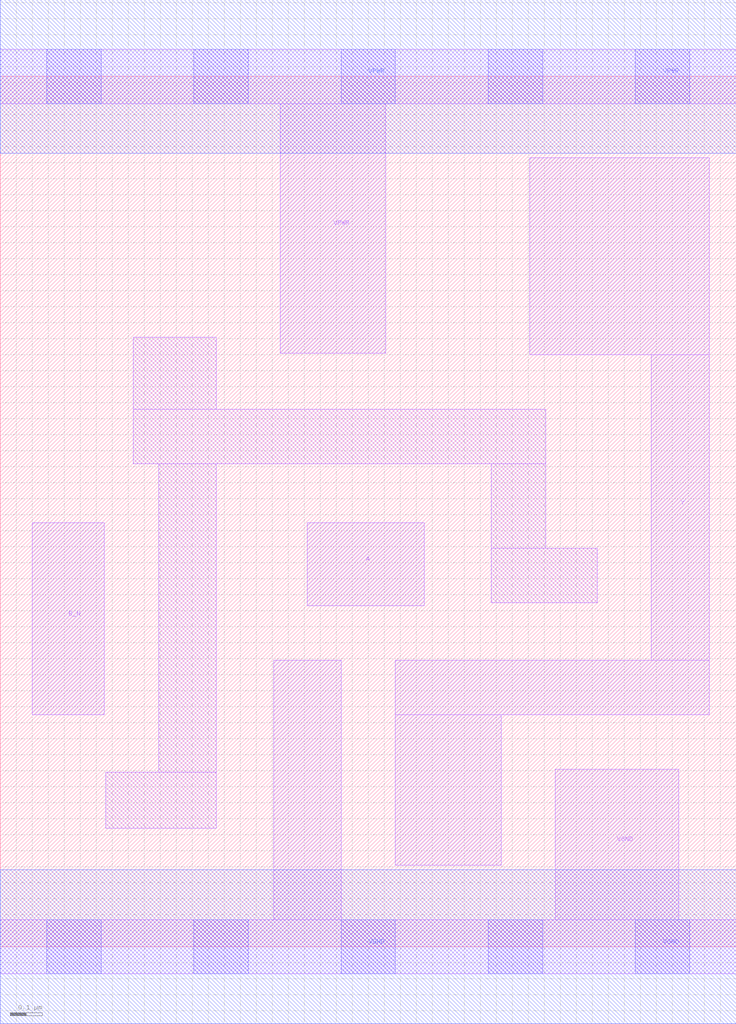
<source format=lef>
# Copyright 2020 The SkyWater PDK Authors
#
# Licensed under the Apache License, Version 2.0 (the "License");
# you may not use this file except in compliance with the License.
# You may obtain a copy of the License at
#
#     https://www.apache.org/licenses/LICENSE-2.0
#
# Unless required by applicable law or agreed to in writing, software
# distributed under the License is distributed on an "AS IS" BASIS,
# WITHOUT WARRANTIES OR CONDITIONS OF ANY KIND, either express or implied.
# See the License for the specific language governing permissions and
# limitations under the License.
#
# SPDX-License-Identifier: Apache-2.0

VERSION 5.7 ;
  NAMESCASESENSITIVE ON ;
  NOWIREEXTENSIONATPIN ON ;
  DIVIDERCHAR "/" ;
  BUSBITCHARS "[]" ;
UNITS
  DATABASE MICRONS 200 ;
END UNITS
MACRO sky130_fd_sc_hd__nor2b_1
  CLASS CORE ;
  SOURCE USER ;
  FOREIGN sky130_fd_sc_hd__nor2b_1 ;
  ORIGIN  0.000000  0.000000 ;
  SIZE  2.300000 BY  2.720000 ;
  SYMMETRY X Y R90 ;
  SITE unithd ;
  PIN A
    ANTENNAGATEAREA  0.247500 ;
    DIRECTION INPUT ;
    USE SIGNAL ;
    PORT
      LAYER li1 ;
        RECT 0.960000 1.065000 1.325000 1.325000 ;
    END
  END A
  PIN B_N
    ANTENNAGATEAREA  0.126000 ;
    DIRECTION INPUT ;
    USE SIGNAL ;
    PORT
      LAYER li1 ;
        RECT 0.100000 0.725000 0.325000 1.325000 ;
    END
  END B_N
  PIN Y
    ANTENNADIFFAREA  0.435500 ;
    DIRECTION OUTPUT ;
    USE SIGNAL ;
    PORT
      LAYER li1 ;
        RECT 1.235000 0.255000 1.565000 0.725000 ;
        RECT 1.235000 0.725000 2.215000 0.895000 ;
        RECT 1.655000 1.850000 2.215000 2.465000 ;
        RECT 2.035000 0.895000 2.215000 1.850000 ;
    END
  END Y
  PIN VGND
    DIRECTION INOUT ;
    SHAPE ABUTMENT ;
    USE GROUND ;
    PORT
      LAYER li1 ;
        RECT 0.000000 -0.085000 2.300000 0.085000 ;
        RECT 0.855000  0.085000 1.065000 0.895000 ;
        RECT 1.735000  0.085000 2.120000 0.555000 ;
      LAYER mcon ;
        RECT 0.145000 -0.085000 0.315000 0.085000 ;
        RECT 0.605000 -0.085000 0.775000 0.085000 ;
        RECT 1.065000 -0.085000 1.235000 0.085000 ;
        RECT 1.525000 -0.085000 1.695000 0.085000 ;
        RECT 1.985000 -0.085000 2.155000 0.085000 ;
      LAYER met1 ;
        RECT 0.000000 -0.240000 2.300000 0.240000 ;
    END
  END VGND
  PIN VPWR
    DIRECTION INOUT ;
    SHAPE ABUTMENT ;
    USE POWER ;
    PORT
      LAYER li1 ;
        RECT 0.000000 2.635000 2.300000 2.805000 ;
        RECT 0.875000 1.855000 1.205000 2.635000 ;
      LAYER mcon ;
        RECT 0.145000 2.635000 0.315000 2.805000 ;
        RECT 0.605000 2.635000 0.775000 2.805000 ;
        RECT 1.065000 2.635000 1.235000 2.805000 ;
        RECT 1.525000 2.635000 1.695000 2.805000 ;
        RECT 1.985000 2.635000 2.155000 2.805000 ;
      LAYER met1 ;
        RECT 0.000000 2.480000 2.300000 2.960000 ;
    END
  END VPWR
  OBS
    LAYER li1 ;
      RECT 0.330000 0.370000 0.675000 0.545000 ;
      RECT 0.415000 1.510000 1.705000 1.680000 ;
      RECT 0.415000 1.680000 0.675000 1.905000 ;
      RECT 0.495000 0.545000 0.675000 1.510000 ;
      RECT 1.535000 1.075000 1.865000 1.245000 ;
      RECT 1.535000 1.245000 1.705000 1.510000 ;
  END
END sky130_fd_sc_hd__nor2b_1
END LIBRARY

</source>
